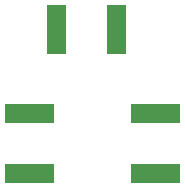
<source format=gbs>
G04 #@! TF.GenerationSoftware,KiCad,Pcbnew,5.0.1*
G04 #@! TF.CreationDate,2018-12-27T15:24:30+01:00*
G04 #@! TF.ProjectId,RFSampler,524653616D706C65722E6B696361645F,rev?*
G04 #@! TF.SameCoordinates,PX617fb78PY6ed25c8*
G04 #@! TF.FileFunction,Soldermask,Bot*
G04 #@! TF.FilePolarity,Negative*
%FSLAX46Y46*%
G04 Gerber Fmt 4.6, Leading zero omitted, Abs format (unit mm)*
G04 Created by KiCad (PCBNEW 5.0.1) date Do 27 Dez 2018 15:24:30 CET*
%MOMM*%
%LPD*%
G01*
G04 APERTURE LIST*
%ADD10C,0.100000*%
G04 APERTURE END LIST*
D10*
G36*
X15164000Y2108000D02*
X10998000Y2108000D01*
X10998000Y3734000D01*
X15164000Y3734000D01*
X15164000Y2108000D01*
X15164000Y2108000D01*
G37*
G36*
X4496000Y2108000D02*
X330000Y2108000D01*
X330000Y3734000D01*
X4496000Y3734000D01*
X4496000Y2108000D01*
X4496000Y2108000D01*
G37*
G36*
X15164000Y7188000D02*
X10998000Y7188000D01*
X10998000Y8814000D01*
X15164000Y8814000D01*
X15164000Y7188000D01*
X15164000Y7188000D01*
G37*
G36*
X4496000Y7188000D02*
X330000Y7188000D01*
X330000Y8814000D01*
X4496000Y8814000D01*
X4496000Y7188000D01*
X4496000Y7188000D01*
G37*
G36*
X10592000Y13030000D02*
X8966000Y13030000D01*
X8966000Y17196000D01*
X10592000Y17196000D01*
X10592000Y13030000D01*
X10592000Y13030000D01*
G37*
G36*
X5512000Y13030000D02*
X3886000Y13030000D01*
X3886000Y17196000D01*
X5512000Y17196000D01*
X5512000Y13030000D01*
X5512000Y13030000D01*
G37*
M02*

</source>
